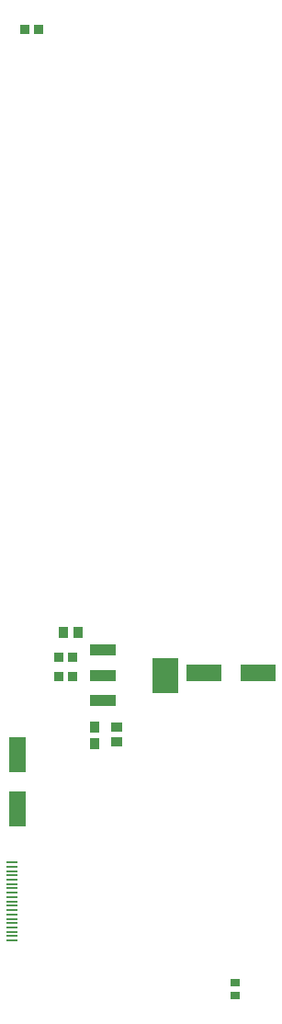
<source format=gtp>
G04*
G04 #@! TF.GenerationSoftware,Altium Limited,Altium Designer,22.11.1 (43)*
G04*
G04 Layer_Color=8421504*
%FSLAX25Y25*%
%MOIN*%
G70*
G04*
G04 #@! TF.SameCoordinates,A43992B1-1ED5-4B78-BC8A-5A3AD63A8115*
G04*
G04*
G04 #@! TF.FilePolarity,Positive*
G04*
G01*
G75*
%ADD16R,0.09449X0.03937*%
%ADD17R,0.09449X0.12992*%
%ADD18R,0.12598X0.06299*%
%ADD19R,0.03347X0.02756*%
%ADD20R,0.03937X0.00906*%
%ADD21R,0.06299X0.12598*%
%ADD22R,0.03543X0.03937*%
%ADD23R,0.03347X0.03740*%
%ADD24R,0.03812X0.03963*%
%ADD25R,0.03937X0.03543*%
D16*
X65280Y177572D02*
D03*
Y168517D02*
D03*
Y159462D02*
D03*
D17*
X88114Y168517D02*
D03*
D18*
X102054Y169309D02*
D03*
X121739D02*
D03*
D19*
X113419Y52276D02*
D03*
Y57197D02*
D03*
D20*
X32449Y100673D02*
D03*
Y99098D02*
D03*
Y97524D02*
D03*
Y95949D02*
D03*
Y94374D02*
D03*
Y92799D02*
D03*
Y91224D02*
D03*
Y89650D02*
D03*
Y88075D02*
D03*
Y86500D02*
D03*
Y84925D02*
D03*
Y83350D02*
D03*
Y81776D02*
D03*
Y80201D02*
D03*
Y78626D02*
D03*
Y77051D02*
D03*
Y75476D02*
D03*
Y73902D02*
D03*
Y72327D02*
D03*
D21*
X34417Y120083D02*
D03*
Y139768D02*
D03*
D22*
X56266Y184170D02*
D03*
X50951D02*
D03*
D23*
X49327Y175068D02*
D03*
X54445D02*
D03*
X49327Y168022D02*
D03*
X54445D02*
D03*
X42095Y402757D02*
D03*
X36977D02*
D03*
D24*
X62210Y149591D02*
D03*
Y143875D02*
D03*
D25*
X70409Y149666D02*
D03*
Y144351D02*
D03*
M02*

</source>
